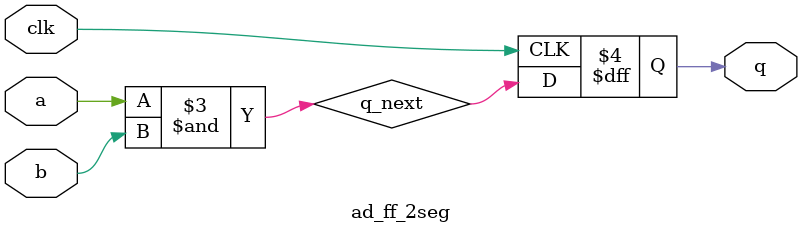
<source format=v>
`timescale 1ns / 1ps


module ad_ff_2seg
   (
    input wire clk, 
    input wire a, b, 
    output reg q
    );
    
     reg q_next; 
     
     // D FF 
     always @(posedge clk)
       q <= q_next; 
       
     // combinational circuit
     always @* 
        q_next = a & b; 
        
endmodule

</source>
